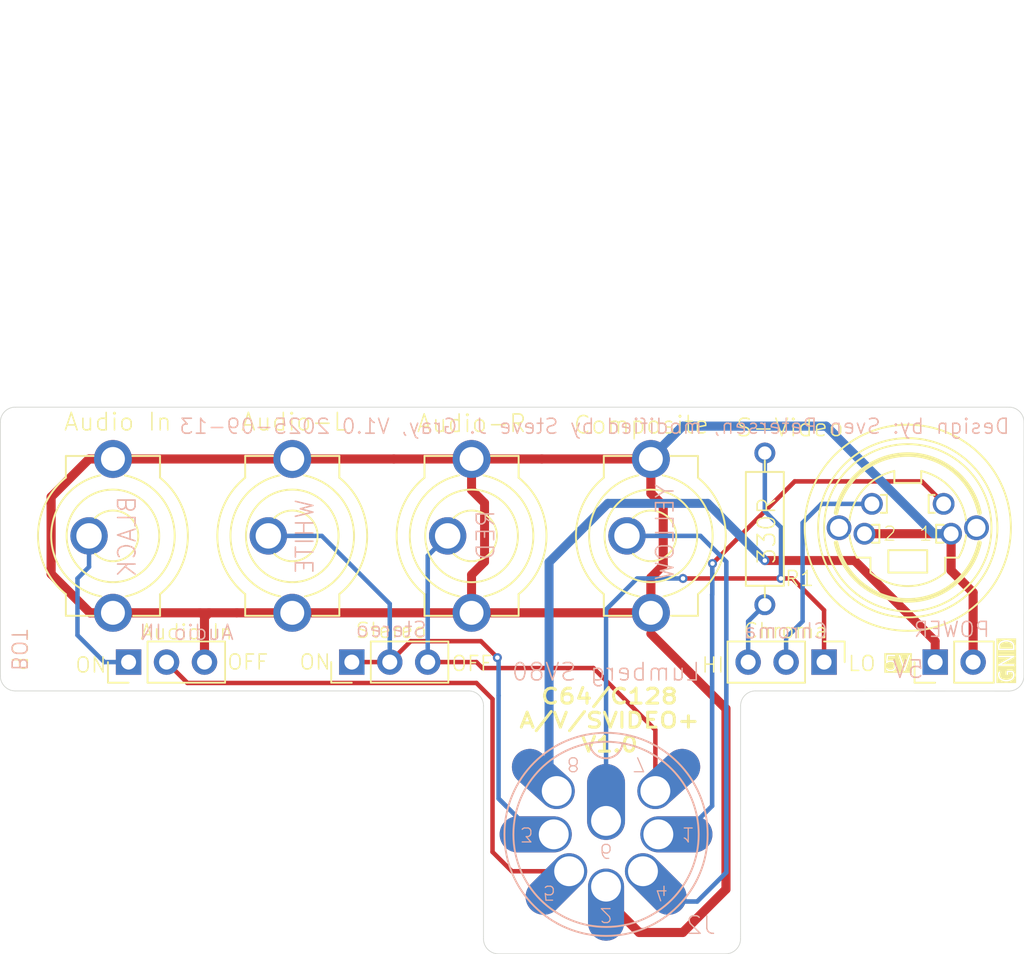
<source format=kicad_pcb>
(kicad_pcb (version 20241229) (generator "pcbnew") (generator_version "9.0")
  (layers (0 "F.Cu" signal) (2 "B.Cu" signal) (13 "F.Paste" user) (15 "B.Paste" user) (5 "F.SilkS" user "F.Silkscreen") (7 "B.SilkS" user "B.Silkscreen") (1 "F.Mask" user) (3 "B.Mask" user) (25 "Edge.Cuts" user))
  (net 0 "")
  (net 1 "ChromaFix")
  (net 2 "GND")
  (net 4 "Luma")
  (net 6 "Composite")
  (net 7 "AudioR")
  (net 8 "AudioL")
  (net 9 "Chroma")
  (net 10 "5V")
  (net 11 "AudioIN")
  (net 12 "ExtAudio")
  (net 13 "Net-(J9-Pin_3)")
  (footprint "Connector_PinHeader_2.54mm:PinHeader_1x03_P2.54mm_Vertical" (layer "F.Cu") (at 128.120001 104.6 90)
    (property "Reference" "J7" (hide yes))
    (property "Value" "Audio IN")
    (fp_line (start -1.38 -1.38) (end 0 -1.379999) (stroke (width 0.12)) (layer "F.SilkS"))
    (fp_line (start -1.379999 0) (end -1.38 -1.38) (stroke (width 0.12)) (layer "F.SilkS"))
    (fp_line (start 1.38 1.27) (end 1.38 6.46) (stroke (width 0.12)) (layer "F.SilkS"))
    (fp_line (start -1.38 1.27) (end 1.38 1.27) (stroke (width 0.12)) (layer "F.SilkS"))
    (fp_line (start -1.38 1.27) (end -1.38 6.46) (stroke (width 0.12)) (layer "F.SilkS"))
    (fp_line (start -1.38 6.46) (end 1.38 6.46) (stroke (width 0.12)) (layer "F.SilkS"))
    (pad "1" thru_hole rect (at 0 0 90) (size 1.7 1.7) (drill 1) (layers "*.Cu" "*.Mask") (net 12 "ExtAudio"))
    (pad "2" thru_hole circle (at 0 2.54 90) (size 1.7 1.7) (drill 1) (layers "*.Cu" "*.Mask") (net 11 "AudioIN"))
    (pad "3" thru_hole circle (at 0 5.079999 90) (size 1.7 1.7) (drill 1) (layers "*.Cu" "*.Mask") (net 2 "GND"))
  )
  (footprint "C64_AV-Adaptor:R-10" (layer "F.Cu") (at 170.7 95.679999 -90)
    (property "Reference" "R1" (at 2.74125 -3.365551 0) (layer "F.SilkS") (effects (font (thickness 0.1)) (justify right top)))
    (property "Value" "330R")
    (fp_line (start -3.81 1.27) (end 3.81 1.27) (stroke (width 0.127)) (layer "F.SilkS"))
    (fp_line (start 3.81 1.27) (end 3.81 -1.27) (stroke (width 0.127)) (layer "F.SilkS"))
    (fp_line (start -3.81 0) (end -4.572 0) (stroke (width 0.127)) (layer "F.SilkS"))
    (fp_line (start 3.81 0) (end 4.572 0) (stroke (width 0.127)) (layer "F.SilkS"))
    (fp_line (start -3.81 -1.27) (end -3.81 1.27) (stroke (width 0.127)) (layer "F.SilkS"))
    (fp_line (start 3.81 -1.27) (end -3.81 -1.27) (stroke (width 0.127)) (layer "F.SilkS"))
    (pad "1" thru_hole circle (at -5.079999 0 270) (size 1.397 1.397) (drill 0.889) (layers "*.Cu" "*.Mask") (net 9 "Chroma"))
    (pad "2" thru_hole circle (at 5.079999 0 270) (size 1.397 1.397) (drill 0.889) (layers "*.Cu" "*.Mask") (net 13 "Net-(J9-Pin_3)"))
  )
  (footprint "Connector_PinHeader_2.54mm:PinHeader_1x03_P2.54mm_Vertical" (layer "F.Cu") (at 143.06 104.6 90)
    (property "Reference" "J8" (hide yes))
    (property "Value" "Stereo")
    (fp_line (start -1.38 -1.38) (end 0 -1.379999) (stroke (width 0.12)) (layer "F.SilkS"))
    (fp_line (start -1.379999 0) (end -1.38 -1.38) (stroke (width 0.12)) (layer "F.SilkS"))
    (fp_line (start 1.38 1.27) (end 1.38 6.46) (stroke (width 0.12)) (layer "F.SilkS"))
    (fp_line (start -1.38 1.27) (end 1.38 1.27) (stroke (width 0.12)) (layer "F.SilkS"))
    (fp_line (start -1.38 1.27) (end -1.38 6.46) (stroke (width 0.12)) (layer "F.SilkS"))
    (fp_line (start -1.38 6.46) (end 1.38 6.46) (stroke (width 0.12)) (layer "F.SilkS"))
    (pad "1" thru_hole rect (at 0 0 90) (size 1.7 1.7) (drill 1) (layers "*.Cu" "*.Mask") (net 8 "AudioL"))
    (pad "2" thru_hole circle (at 0 2.54 90) (size 1.7 1.7) (drill 1) (layers "*.Cu" "*.Mask") (net 8 "AudioL"))
    (pad "3" thru_hole circle (at 0 5.079999 90) (size 1.7 1.7) (drill 1) (layers "*.Cu" "*.Mask") (net 7 "AudioR"))
  )
  (footprint "C64_AV-Adaptor:MINIDIN4_V" (layer "F.Cu") (at 180.2664 95.6056)
    (property "Reference" "J1" (hide yes))
    (property "Value" "RTC9028")
    (fp_line (start -3.4 2) (end -2.5 2) (stroke (width 0.127)) (layer "F.SilkS"))
    (fp_line (start -2.5 2) (end -2.5 3) (stroke (width 0.127)) (layer "F.SilkS"))
    (fp_line (start -1.9 -0.2) (end -2.4 -0.2) (stroke (width 0.127)) (layer "F.SilkS"))
    (fp_line (start -1.9 -0.2) (end -1.9 1) (stroke (width 0.127)) (layer "F.SilkS"))
    (fp_line (start -1.9 1) (end -2.4 1) (stroke (width 0.127)) (layer "F.SilkS"))
    (fp_line (start -1.4 -2.2) (end -1.8 -2.2) (stroke (width 0.127)) (layer "F.SilkS"))
    (fp_line (start -1.4 -1) (end -1.8 -1) (stroke (width 0.127)) (layer "F.SilkS"))
    (fp_line (start -1.4 -1) (end -1.4 -2.2) (stroke (width 0.127)) (layer "F.SilkS"))
    (fp_line (start -1.3 1.5) (end -1.3 3) (stroke (width 0.127)) (layer "F.SilkS"))
    (fp_line (start -1.3 3) (end 1.3 3) (stroke (width 0.127)) (layer "F.SilkS"))
    (fp_line (start -0.9 -3) (end -0.9 -3.8) (stroke (width 0.127)) (layer "F.SilkS"))
    (fp_line (start -0.9 -3) (end 0.9 -3) (stroke (width 0.127)) (layer "F.SilkS"))
    (fp_line (start 0.9 -3) (end 0.9 -3.8) (stroke (width 0.127)) (layer "F.SilkS"))
    (fp_line (start 1.3 1.5) (end -1.3 1.5) (stroke (width 0.127)) (layer "F.SilkS"))
    (fp_line (start 1.3 3) (end 1.3 1.5) (stroke (width 0.127)) (layer "F.SilkS"))
    (fp_line (start 1.4 -2.2) (end 1.4 -1) (stroke (width 0.127)) (layer "F.SilkS"))
    (fp_line (start 1.4 -2.2) (end 1.8 -2.2) (stroke (width 0.127)) (layer "F.SilkS"))
    (fp_line (start 1.4 -1) (end 1.8 -1) (stroke (width 0.127)) (layer "F.SilkS"))
    (fp_line (start 1.9 -0.2) (end 2.4 -0.2) (stroke (width 0.127)) (layer "F.SilkS"))
    (fp_line (start 1.9 1) (end 1.9 -0.2) (stroke (width 0.127)) (layer "F.SilkS"))
    (fp_line (start 1.9 1) (end 2.4 1) (stroke (width 0.127)) (layer "F.SilkS"))
    (fp_line (start 2.5 2) (end 2.5 3) (stroke (width 0.127)) (layer "F.SilkS"))
    (fp_line (start 2.5 2) (end 3.4 2) (stroke (width 0.127)) (layer "F.SilkS"))
    (fp_arc (start -4.8 -1) (mid 0 -4.90306) (end 4.8 -1) (stroke (width 0.3)) (layer "F.SilkS"))
    (fp_arc (start -3.9 -0.5) (mid -2.915258 -2.618417) (end -0.9 -3.8) (stroke (width 0.127)) (layer "F.SilkS"))
    (fp_arc (start -3.4 2) (mid -3.726049 1.27535) (end -3.9 0.5) (stroke (width 0.127)) (layer "F.SilkS"))
    (fp_arc (start 0.9 -3.8) (mid 2.915258 -2.618417) (end 3.9 -0.5) (stroke (width 0.127)) (layer "F.SilkS"))
    (fp_arc (start 2.5 3) (mid 0 3.905125) (end -2.5 3) (stroke (width 0.127)) (layer "F.SilkS"))
    (fp_arc (start 3.9 0.5) (mid 3.726049 1.27535) (end 3.4 2) (stroke (width 0.127)) (layer "F.SilkS"))
    (fp_arc (start 4.8 1) (mid 0 4.863502) (end -4.8 1) (stroke (width 0.3)) (layer "F.SilkS"))
    (fp_circle (center 0 0) (end 5.6 0) (stroke (width 0.127)) (fill no) (layer "F.SilkS"))
    (fp_circle (center 0 0) (end 6 0) (stroke (width 0.127)) (fill no) (layer "F.SilkS"))
    (fp_circle (center 0 0) (end 6.9 0) (stroke (width 0.127)) (fill no) (layer "F.SilkS"))
    (fp_text user "2" (at -1.2 0.4 0) (layer "F.SilkS") (effects (font (size 0.93472 0.93472) (thickness 0.08128))))
    (fp_text user "1" (at 1.2 0.4 0) (layer "F.SilkS") (effects (font (size 0.93472 0.93472) (thickness 0.08128))))
    (pad "1" thru_hole circle (at 2.9 0.4) (size 1.4572 1.4572) (drill 1) (layers "*.Cu" "*.Mask") (net 2 "GND"))
    (pad "2" thru_hole circle (at -2.9 0.4) (size 1.4572 1.4572) (drill 1) (layers "*.Cu" "*.Mask") (net 2 "GND"))
    (pad "3" thru_hole circle (at 2.4 -1.6) (size 1.4572 1.4572) (drill 1) (layers "*.Cu" "*.Mask") (net 4 "Luma"))
    (pad "4" thru_hole circle (at -2.4 -1.6) (size 1.4572 1.4572) (drill 1) (layers "*.Cu" "*.Mask") (net 1 "ChromaFix"))
    (pad "CS1" thru_hole circle (at 4.6 0) (size 1.6572 1.6572) (drill 1.2) (layers "*.Cu" "*.Mask"))
    (pad "CS2" thru_hole circle (at -4.6 0) (size 1.6572 1.6572) (drill 1.2) (layers "*.Cu" "*.Mask"))
  )
  (footprint "C64_AV-Adaptor:RCJ-02X" (layer "F.Cu") (at 163.07375 96.15 90)
    (property "Reference" "J6" (hide yes))
    (property "Value" "RCJ-024")
    (fp_line (start 5.35 -3.15) (end 5.35 -1.3) (stroke (width 0.127)) (layer "F.SilkS"))
    (fp_line (start 3.9 -3.15) (end 5.35 -3.15) (stroke (width 0.127)) (layer "F.SilkS"))
    (fp_line (start -5.35 -3.15) (end -3.9 -3.15) (stroke (width 0.127)) (layer "F.SilkS"))
    (fp_line (start -5.35 -1.3) (end -5.35 -3.15) (stroke (width 0.127)) (layer "F.SilkS"))
    (fp_line (start 5.35 1.3) (end 5.35 3.15) (stroke (width 0.127)) (layer "F.SilkS"))
    (fp_line (start 5.35 3.15) (end 3.9 3.15) (stroke (width 0.127)) (layer "F.SilkS"))
    (fp_line (start -3.9 3.15) (end -5.35 3.15) (stroke (width 0.127)) (layer "F.SilkS"))
    (fp_line (start -5.35 3.15) (end -5.35 1.35) (stroke (width 0.127)) (layer "F.SilkS"))
    (fp_arc (start -3.9 -3.15) (mid -0.000001 -5.01322) (end 3.899999 -3.150001) (stroke (width 0.127)) (layer "F.SilkS"))
    (fp_arc (start 1.2 -1.2) (mid 0 1.697056) (end -1.2 -1.2) (stroke (width 0.127)) (layer "F.SilkS"))
    (fp_arc (start -4.05 -0.8) (mid -0.020421 -4.133197) (end 4.049999 -0.849999) (stroke (width 0.127)) (layer "F.SilkS"))
    (fp_arc (start 4.05 0.8) (mid 0.020421 4.133197) (end -4.049999 0.849999) (stroke (width 0.127)) (layer "F.SilkS"))
    (fp_arc (start 3.9 3.15) (mid 0 5.013232) (end -3.9 3.15) (stroke (width 0.127)) (layer "F.SilkS"))
    (fp_circle (center 0 0) (end 3.1 0) (stroke (width 0.127)) (fill no) (layer "F.SilkS"))
    (pad "R1" thru_hole circle (at -5.15 0 90) (size 2.54 2.54) (drill 1.6) (layers "*.Cu" "*.Mask") (net 2 "GND"))
    (pad "R2" thru_hole circle (at 5.15 0 90) (size 2.54 2.54) (drill 1.6) (layers "*.Cu" "*.Mask") (net 2 "GND"))
    (pad "T" thru_hole circle (at 0 -1.6 90) (size 2.5 2.5) (drill 1.7) (layers "*.Cu" "*.Mask") (net 6 "Composite"))
  )
  (footprint "C64_AV-Adaptor:RCJ-02X" (layer "F.Cu") (at 127.07375 96.15 90)
    (property "Reference" "J3" (hide yes))
    (property "Value" "RCJ-021")
    (fp_line (start 5.35 -3.15) (end 5.35 -1.3) (stroke (width 0.127)) (layer "F.SilkS"))
    (fp_line (start 3.9 -3.15) (end 5.35 -3.15) (stroke (width 0.127)) (layer "F.SilkS"))
    (fp_line (start -5.35 -3.15) (end -3.9 -3.15) (stroke (width 0.127)) (layer "F.SilkS"))
    (fp_line (start -5.35 -1.3) (end -5.35 -3.15) (stroke (width 0.127)) (layer "F.SilkS"))
    (fp_line (start 5.35 1.3) (end 5.35 3.15) (stroke (width 0.127)) (layer "F.SilkS"))
    (fp_line (start 5.35 3.15) (end 3.9 3.15) (stroke (width 0.127)) (layer "F.SilkS"))
    (fp_line (start -3.9 3.15) (end -5.35 3.15) (stroke (width 0.127)) (layer "F.SilkS"))
    (fp_line (start -5.35 3.15) (end -5.35 1.35) (stroke (width 0.127)) (layer "F.SilkS"))
    (fp_arc (start -3.9 -3.15) (mid -0.000001 -5.01322) (end 3.899999 -3.150001) (stroke (width 0.127)) (layer "F.SilkS"))
    (fp_arc (start 1.2 -1.2) (mid 0 1.697056) (end -1.2 -1.2) (stroke (width 0.127)) (layer "F.SilkS"))
    (fp_arc (start -4.05 -0.8) (mid -0.020421 -4.133197) (end 4.049999 -0.849999) (stroke (width 0.127)) (layer "F.SilkS"))
    (fp_arc (start 4.05 0.8) (mid 0.020421 4.133197) (end -4.049999 0.849999) (stroke (width 0.127)) (layer "F.SilkS"))
    (fp_arc (start 3.9 3.15) (mid 0 5.013232) (end -3.9 3.15) (stroke (width 0.127)) (layer "F.SilkS"))
    (fp_circle (center 0 0) (end 3.1 0) (stroke (width 0.127)) (fill no) (layer "F.SilkS"))
    (pad "R1" thru_hole circle (at -5.15 0 90) (size 2.54 2.54) (drill 1.6) (layers "*.Cu" "*.Mask") (net 2 "GND"))
    (pad "R2" thru_hole circle (at 5.15 0 90) (size 2.54 2.54) (drill 1.6) (layers "*.Cu" "*.Mask") (net 2 "GND"))
    (pad "T" thru_hole circle (at 0 -1.6 90) (size 2.5 2.5) (drill 1.7) (layers "*.Cu" "*.Mask") (net 12 "ExtAudio"))
  )
  (footprint "Connector_PinHeader_2.54mm:PinHeader_1x02_P2.54mm_Vertical" (layer "F.Cu") (at 182.1 104.6 90)
    (property "Reference" "J10" (hide yes))
    (property "Value" "Conn_01x02")
    (fp_line (start -1.38 -1.38) (end 0 -1.379999) (stroke (width 0.12)) (layer "F.SilkS"))
    (fp_line (start -1.379999 0) (end -1.38 -1.38) (stroke (width 0.12)) (layer "F.SilkS"))
    (fp_line (start 1.38 1.27) (end 1.38 3.92) (stroke (width 0.12)) (layer "F.SilkS"))
    (fp_line (start -1.38 1.27) (end 1.38 1.27) (stroke (width 0.12)) (layer "F.SilkS"))
    (fp_line (start -1.38 1.27) (end -1.38 3.92) (stroke (width 0.12)) (layer "F.SilkS"))
    (fp_line (start -1.38 3.92) (end 1.38 3.92) (stroke (width 0.12)) (layer "F.SilkS"))
    (pad "1" thru_hole rect (at 0 0 90) (size 1.7 1.7) (drill 1) (layers "*.Cu" "*.Mask") (net 10 "5V"))
    (pad "2" thru_hole circle (at 0 2.54 90) (size 1.7 1.7) (drill 1) (layers "*.Cu" "*.Mask") (net 2 "GND"))
  )
  (footprint "C64_AV-Adaptor:RCJ-02X" (layer "F.Cu") (at 151.07375 96.15 90)
    (property "Reference" "J5" (hide yes))
    (property "Value" "RCJ-022")
    (fp_line (start 5.35 -3.15) (end 5.35 -1.3) (stroke (width 0.127)) (layer "F.SilkS"))
    (fp_line (start 3.9 -3.15) (end 5.35 -3.15) (stroke (width 0.127)) (layer "F.SilkS"))
    (fp_line (start -5.35 -3.15) (end -3.9 -3.15) (stroke (width 0.127)) (layer "F.SilkS"))
    (fp_line (start -5.35 -1.3) (end -5.35 -3.15) (stroke (width 0.127)) (layer "F.SilkS"))
    (fp_line (start 5.35 1.3) (end 5.35 3.15) (stroke (width 0.127)) (layer "F.SilkS"))
    (fp_line (start 5.35 3.15) (end 3.9 3.15) (stroke (width 0.127)) (layer "F.SilkS"))
    (fp_line (start -3.9 3.15) (end -5.35 3.15) (stroke (width 0.127)) (layer "F.SilkS"))
    (fp_line (start -5.35 3.15) (end -5.35 1.35) (stroke (width 0.127)) (layer "F.SilkS"))
    (fp_arc (start -3.9 -3.15) (mid -0.000001 -5.01322) (end 3.899999 -3.150001) (stroke (width 0.127)) (layer "F.SilkS"))
    (fp_arc (start 1.2 -1.2) (mid 0 1.697056) (end -1.2 -1.2) (stroke (width 0.127)) (layer "F.SilkS"))
    (fp_arc (start -4.05 -0.8) (mid -0.020421 -4.133197) (end 4.049999 -0.849999) (stroke (width 0.127)) (layer "F.SilkS"))
    (fp_arc (start 4.05 0.8) (mid 0.020421 4.133197) (end -4.049999 0.849999) (stroke (width 0.127)) (layer "F.SilkS"))
    (fp_arc (start 3.9 3.15) (mid 0 5.013232) (end -3.9 3.15) (stroke (width 0.127)) (layer "F.SilkS"))
    (fp_circle (center 0 0) (end 3.1 0) (stroke (width 0.127)) (fill no) (layer "F.SilkS"))
    (pad "R1" thru_hole circle (at -5.15 0 90) (size 2.54 2.54) (drill 1.6) (layers "*.Cu" "*.Mask") (net 2 "GND"))
    (pad "R2" thru_hole circle (at 5.15 0 90) (size 2.54 2.54) (drill 1.6) (layers "*.Cu" "*.Mask") (net 2 "GND"))
    (pad "T" thru_hole circle (at 0 -1.6 90) (size 2.5 2.5) (drill 1.7) (layers "*.Cu" "*.Mask") (net 7 "AudioR"))
  )
  (footprint "Connector_PinHeader_2.54mm:PinHeader_1x03_P2.54mm_Vertical" (layer "F.Cu") (at 174.663049 104.6 -90)
    (property "Reference" "J9" (hide yes))
    (property "Value" "ChromaFix")
    (fp_line (start -1.38 6.46) (end 1.38 6.46) (stroke (width 0.12)) (layer "F.SilkS"))
    (fp_line (start -1.38 1.27) (end -1.38 6.46) (stroke (width 0.12)) (layer "F.SilkS"))
    (fp_line (start -1.38 1.27) (end 1.38 1.27) (stroke (width 0.12)) (layer "F.SilkS"))
    (fp_line (start 1.38 1.27) (end 1.38 6.46) (stroke (width 0.12)) (layer "F.SilkS"))
    (fp_line (start -1.379999 0) (end -1.38 -1.38) (stroke (width 0.12)) (layer "F.SilkS"))
    (fp_line (start -1.38 -1.38) (end 0 -1.379999) (stroke (width 0.12)) (layer "F.SilkS"))
    (pad "1" thru_hole rect (at 0 0 270) (size 1.7 1.7) (drill 1) (layers "*.Cu" "*.Mask") (net 9 "Chroma"))
    (pad "2" thru_hole circle (at 0 2.54 270) (size 1.7 1.7) (drill 1) (layers "*.Cu" "*.Mask") (net 1 "ChromaFix"))
    (pad "3" thru_hole circle (at 0 5.079999 270) (size 1.7 1.7) (drill 1) (layers "*.Cu" "*.Mask") (net 13 "Net-(J9-Pin_3)"))
  )
  (footprint "C64_AV-Adaptor:RCJ-02X" (layer "F.Cu") (at 139.07375 96.15 90)
    (property "Reference" "J4" (hide yes))
    (property "Value" "RCJ-023")
    (fp_line (start 5.35 -3.15) (end 5.35 -1.3) (stroke (width 0.127)) (layer "F.SilkS"))
    (fp_line (start 3.9 -3.15) (end 5.35 -3.15) (stroke (width 0.127)) (layer "F.SilkS"))
    (fp_line (start -5.35 -3.15) (end -3.9 -3.15) (stroke (width 0.127)) (layer "F.SilkS"))
    (fp_line (start -5.35 -1.3) (end -5.35 -3.15) (stroke (width 0.127)) (layer "F.SilkS"))
    (fp_line (start 5.35 1.3) (end 5.35 3.15) (stroke (width 0.127)) (layer "F.SilkS"))
    (fp_line (start 5.35 3.15) (end 3.9 3.15) (stroke (width 0.127)) (layer "F.SilkS"))
    (fp_line (start -3.9 3.15) (end -5.35 3.15) (stroke (width 0.127)) (layer "F.SilkS"))
    (fp_line (start -5.35 3.15) (end -5.35 1.35) (stroke (width 0.127)) (layer "F.SilkS"))
    (fp_arc (start -3.9 -3.15) (mid -0.000001 -5.01322) (end 3.899999 -3.150001) (stroke (width 0.127)) (layer "F.SilkS"))
    (fp_arc (start 1.2 -1.2) (mid 0 1.697056) (end -1.2 -1.2) (stroke (width 0.127)) (layer "F.SilkS"))
    (fp_arc (start -4.05 -0.8) (mid -0.020421 -4.133197) (end 4.049999 -0.849999) (stroke (width 0.127)) (layer "F.SilkS"))
    (fp_arc (start 4.05 0.8) (mid 0.020421 4.133197) (end -4.049999 0.849999) (stroke (width 0.127)) (layer "F.SilkS"))
    (fp_arc (start 3.9 3.15) (mid 0 5.013232) (end -3.9 3.15) (stroke (width 0.127)) (layer "F.SilkS"))
    (fp_circle (center 0 0) (end 3.1 0) (stroke (width 0.127)) (fill no) (layer "F.SilkS"))
    (pad "R1" thru_hole circle (at -5.15 0 90) (size 2.54 2.54) (drill 1.6) (layers "*.Cu" "*.Mask") (net 2 "GND"))
    (pad "R2" thru_hole circle (at 5.15 0 90) (size 2.54 2.54) (drill 1.6) (layers "*.Cu" "*.Mask") (net 2 "GND"))
    (pad "T" thru_hole circle (at 0 -1.6 90) (size 2.5 2.5) (drill 1.7) (layers "*.Cu" "*.Mask") (net 8 "AudioL"))
  )
  (footprint "C64_AV-Adaptor:SV80_INNER" (layer "B.Cu") (at 160.07375 116.1344)
    (property "Reference" "J2" (at 6.35 5.3975 0) (layer "B.SilkS") (effects (font (size 1.176528 1.176528) (thickness 0.093472)) (justify top mirror)))
    (property "Value" "SV80")
    (fp_arc (start 1.1 -6.1) (mid 0 -5.095464) (end -1.1 -6.1) (stroke (width 0.127)) (layer "B.SilkS"))
    (fp_circle (center 0 0) (end 6.2 0) (stroke (width 0.127)) (fill no) (layer "B.SilkS"))
    (fp_circle (center 0 0) (end 6.8 0) (stroke (width 0.127)) (fill no) (layer "B.SilkS"))
    (fp_text user "7" (at 2.2 -4.7 180) (layer "B.SilkS") (effects (font (size 0.93472 0.93472) (thickness 0.08128)) (justify mirror)))
    (fp_text user "8" (at -2.2 -4.7 180) (layer "B.SilkS") (effects (font (size 0.93472 0.93472) (thickness 0.08128)) (justify mirror)))
    (fp_text user "4" (at 3.7 3.9 180) (layer "B.SilkS") (effects (font (size 0.93472 0.93472) (thickness 0.08128)) (justify mirror)))
    (fp_text user "5" (at -3.8 3.9 180) (layer "B.SilkS") (effects (font (size 0.93472 0.93472) (thickness 0.08128)) (justify mirror)))
    (fp_text user "2" (at 0 5.4 180) (layer "B.SilkS") (effects (font (size 0.93472 0.93472) (thickness 0.08128)) (justify mirror)))
    (fp_text user "3" (at -5.3 0 180) (layer "B.SilkS") (effects (font (size 0.93472 0.93472) (thickness 0.08128)) (justify mirror)))
    (fp_text user "1" (at 5.5 0 180) (layer "B.SilkS") (effects (font (size 0.93472 0.93472) (thickness 0.08128)) (justify mirror)))
    (fp_text user "6" (at 0 1.1 180) (layer "B.SilkS") (effects (font (size 0.93472 0.93472) (thickness 0.08128)) (justify mirror)))
    (pad "1" thru_hole oval (at 3.5 0) (size 4.826 2.413) (drill 2 (offset 1.2065 0)) (layers "*.Cu" "*.Mask") (net 4 "Luma"))
    (pad "2" thru_hole oval (at 0 3.5 270) (size 4.826 2.413) (drill 2 (offset 1.2065 0)) (layers "*.Cu" "*.Mask") (net 2 "GND"))
    (pad "3" thru_hole oval (at -3.5 0 180) (size 4.826 2.413) (drill 2 (offset 1.2065 0)) (layers "*.Cu" "*.Mask") (net 8 "AudioL"))
    (pad "4" thru_hole oval (at 2.47 2.47 315) (size 4.826 2.413) (drill 2 (offset 1.2065 0)) (layers "*.Cu" "*.Mask") (net 6 "Composite"))
    (pad "5" thru_hole oval (at -2.47 2.47 225) (size 4.826 2.413) (drill 2 (offset 1.2065 0)) (layers "*.Cu" "*.Mask") (net 11 "AudioIN"))
    (pad "6" thru_hole oval (at 0 -0.9 90) (size 5.08 2.54) (drill 2 (offset 1.27 0)) (layers "*.Cu" "*.Mask") (net 9 "Chroma"))
    (pad "7" thru_hole oval (at 3.3 -2.9 42) (size 4.826 2.413) (drill 2 (offset 1.2065 0)) (layers "*.Cu" "*.Mask") (net 7 "AudioR"))
    (pad "8" thru_hole oval (at -3.3 -2.9 138) (size 4.826 2.413) (drill 2 (offset 1.2065 0)) (layers "*.Cu" "*.Mask") (net 10 "5V"))
  )
  (gr_line (start 151.8726 123.1344) (end 151.87265 107.52875) (stroke (width 0.05)) (layer "Edge.Cuts"))
  (gr_line (start 170.079048 106.53) (end 187.0362 106.537) (stroke (width 0.05)) (layer "Edge.Cuts"))
  (gr_arc (start 188.0362 105.537) (mid 187.743307 106.244107) (end 187.0362 106.537) (stroke (width 0.05)) (layer "Edge.Cuts"))
  (gr_line (start 187.0411 87.53) (end 120.54 87.53) (stroke (width 0.05)) (layer "Edge.Cuts"))
  (gr_arc (start 169.07375 123.1344) (mid 168.780857 123.841507) (end 168.07375 124.1344) (stroke (width 0.05)) (layer "Edge.Cuts"))
  (gr_arc (start 120.54 106.53) (mid 119.832893 106.237107) (end 119.54 105.53) (stroke (width 0.05)) (layer "Edge.Cuts"))
  (gr_line (start 119.54 105.53) (end 119.54 88.53) (stroke (width 0.05)) (layer "Edge.Cuts"))
  (gr_line (start 152.87265 124.1344) (end 168.07375 124.1344) (stroke (width 0.05)) (layer "Edge.Cuts"))
  (gr_line (start 188.0362 105.537) (end 188.0411 88.53) (stroke (width 0.05)) (layer "Edge.Cuts"))
  (gr_arc (start 187.0411 87.53) (mid 187.748207 87.822893) (end 188.0411 88.53) (stroke (width 0.05)) (layer "Edge.Cuts"))
  (gr_arc (start 150.87265 106.52875) (mid 151.579757 106.821643) (end 151.87265 107.52875) (stroke (width 0.05)) (layer "Edge.Cuts"))
  (gr_arc (start 119.54 88.53) (mid 119.832893 87.822893) (end 120.54 87.53) (stroke (width 0.05)) (layer "Edge.Cuts"))
  (gr_arc (start 169.0784 107.5276) (mid 169.371293 106.820493) (end 170.0784 106.5276) (stroke (width 0.05)) (layer "Edge.Cuts"))
  (gr_arc (start 152.87265 124.1344) (mid 152.165543 123.841507) (end 151.87265 123.1344) (stroke (width 0.05)) (layer "Edge.Cuts"))
  (gr_line (start 169.0784 107.5276) (end 169.07375 123.1344) (stroke (width 0.05)) (layer "Edge.Cuts"))
  (gr_line (start 120.54 106.53) (end 150.87265 106.53) (stroke (width 0.05)) (layer "Edge.Cuts"))
  (gr_text "Composite" (at 162.433 89.4 0) (layer "F.SilkS") (effects (font (size 1.1684 1.1684) (thickness 0.1016)) (justify bottom)))
  (gr_text "OFF" (at 136.1 104.6 0) (layer "F.SilkS") (effects (font (size 1 1) (thickness 0.1))))
  (gr_text "GND" (at 186.9 106.1 90) (layer "F.SilkS" knockout) (effects (font (size 1 1) (thickness 0.1)) (justify left)))
  (gr_text "HI" (at 166.4 104.8 0) (layer "F.SilkS") (effects (font (size 1 1) (thickness 0.1)) (justify left)))
  (gr_text "TOP" (at 120.8 103.8 270) (layer "F.SilkS") (effects (font (size 1 1) (thickness 0.1))))
  (gr_text "Audio In" (at 132 102 0) (layer "F.SilkS") (effects (font (size 1 1) (thickness 0.1)) (justify top)))
  (gr_text "330R" (at 171.5008 98.1202 90) (layer "F.SilkS") (effects (font (size 1.1684 1.1684) (thickness 0.1016)) (justify left bottom)))
  (gr_text "LO" (at 176.2 104.7 0) (layer "F.SilkS") (effects (font (size 1 1) (thickness 0.1)) (justify left)))
  (gr_text "C64/C128\nA/V/SVIDEO+\nV1.0" (at 160.3 110.7 0) (layer "F.SilkS") (effects (font (size 1 1.1684) (thickness 0.2) (bold yes)) (justify bottom)))
  (gr_text "Chroma" (at 169.2 102.5 0) (layer "F.SilkS") (effects (font (size 1 1) (thickness 0.1)) (justify left)))
  (gr_text "ON" (at 125.6 104.8 0) (layer "F.SilkS") (effects (font (size 1 1) (thickness 0.1))))
  (gr_text "ON" (at 140.6 104.6 0) (layer "F.SilkS") (effects (font (size 1 1) (thickness 0.1))))
  (gr_text "OFF" (at 151.1 104.7 0) (layer "F.SilkS") (effects (font (size 1 1) (thickness 0.1))))
  (gr_text "5V" (at 178.6 104.7 0) (layer "F.SilkS" knockout) (effects (font (size 1 1) (thickness 0.1)) (justify left)))
  (gr_text "Audio-L" (at 139.2 89.2 0) (layer "F.SilkS") (effects (font (size 1.1684 1.1684) (thickness 0.1016)) (justify bottom)))
  (gr_text "Audio In" (at 127.4 89.2 0) (layer "F.SilkS") (effects (font (size 1.1684 1.1684) (thickness 0.1016)) (justify bottom)))
  (gr_text "Audio-R" (at 151.07375 89.3 0) (layer "F.SilkS") (effects (font (size 1.1684 1.1684) (thickness 0.1016)) (justify bottom)))
  (gr_text "S-Video" (at 168.7 88.9 0) (layer "F.SilkS") (effects (font (size 1.1684 1.1684) (thickness 0.1016)) (justify left)))
  (gr_text "Stereo" (at 145.7 101.9 0) (layer "F.SilkS") (effects (font (size 1 1) (thickness 0.1)) (justify top)))
  (gr_text "Stereo" (at 145.7 103 0) (layer "B.SilkS") (effects (font (size 1 1) (thickness 0.1)) (justify bottom mirror)))
  (gr_text "WHITE" (at 140.6 96.2 90) (layer "B.SilkS") (effects (font (size 1.1684 1.1684) (thickness 0.1016)) (justify bottom mirror)))
  (gr_text "Design by: Sven Petersen, modified by Steve J. Gray, V1.0 2025-09-13" (at 159.3 89.4 0) (layer "B.SilkS") (effects (font (size 1 1) (thickness 0.1)) (justify bottom mirror)))
  (gr_text "YELLOW" (at 164.7 95.9 90) (layer "B.SilkS") (effects (font (size 1.1684 1.1684) (thickness 0.1016)) (justify bottom mirror)))
  (gr_text "BOT" (at 120.2 103.8 270) (layer "B.SilkS") (effects (font (size 1 1) (thickness 0.1)) (justify bottom mirror)))
  (gr_text "POWER" (at 180.6 103 0) (layer "B.SilkS") (effects (font (size 1 1) (thickness 0.1)) (justify right bottom mirror)))
  (gr_text "RED" (at 152.7 96.1 90) (layer "B.SilkS") (effects (font (size 1.1684 1.1684) (thickness 0.1016)) (justify bottom mirror)))
  (gr_text "Audio IN" (at 132 103.2 0) (layer "B.SilkS") (effects (font (size 1 1) (thickness 0.1)) (justify bottom mirror)))
  (gr_text "Lumberg SV80" (at 160.0708 105.9434 0) (layer "B.SilkS") (effects (font (size 1.1684 1.1684) (thickness 0.1016)) (justify bottom mirror)))
  (gr_text "Chroma" (at 172.1 103.1 0) (layer "B.SilkS") (effects (font (size 1 1) (thickness 0.1)) (justify bottom mirror)))
  (gr_text "5V" (at 179.1716 105.7656 0) (layer "B.SilkS") (effects (font (size 1.1684 1.1684) (thickness 0.1016)) (justify right bottom mirror)))
  (gr_text "BLACK" (at 128.7 96.2 90) (layer "B.SilkS") (effects (font (size 1.1684 1.1684) (thickness 0.1016)) (justify bottom mirror)))
  (segment (start 172.123049 102.976951) (end 172.123049 104.92935) (width 0.3) (layer "B.Cu") (net 1))
  (segment (start 173.228 95.272) (end 173.228 101.872) (width 0.3) (layer "B.Cu") (net 1))
  (segment (start 174.4944 94.0056) (end 173.228 95.272) (width 0.3) (layer "B.Cu") (net 1))
  (segment (start 173.228 101.872) (end 172.123049 102.976951) (width 0.3) (layer "B.Cu") (net 1))
  (segment (start 177.8664 94.0056) (end 174.4944 94.0056) (width 0.3) (layer "B.Cu") (net 1))
  (segment (start 162.2894 122.70565) (end 165.20625 122.70565) (width 0.6096) (layer "F.Cu") (net 2))
  (segment (start 160.07375 120.49) (end 162.2894 122.70565) (width 0.6096) (layer "F.Cu") (net 2))
  (segment (start 163.07375 101.3192) (end 163.07375 101.3) (width 0.6096) (layer "F.Cu") (net 2))
  (segment (start 132.87935 101.3) (end 133.5 101.3) (width 0.6096) (layer "F.Cu") (net 2))
  (segment (start 163.07375 93.295) (end 163.07375 91) (width 0.6096) (layer "F.Cu") (net 2))
  (segment (start 160.07375 119.6344) (end 160.07375 121.286438) (width 0.6096) (layer "F.Cu") (net 2))
  (segment (start 151.07375 91) (end 151.07375 93.0784) (width 0.6) (layer "F.Cu") (net 2))
  (segment (start 163.07375 98.9475) (end 163.9 98.12125) (width 0.6096) (layer "F.Cu") (net 2))
  (segment (start 151.9428 97.88445) (end 151.07375 98.7535) (width 0.6) (layer "F.Cu") (net 2))
  (segment (start 151.9428 93.94745) (end 151.9428 97.88445) (width 0.6) (layer "F.Cu") (net 2))
  (segment (start 133.5 101.3) (end 135.3566 101.3) (width 0.6096) (layer "F.Cu") (net 2))
  (segment (start 135.3566 101.3) (end 139.07375 101.3) (width 0.6096) (layer "F.Cu") (net 2))
  (segment (start 163.07375 101.3) (end 151.07375 101.3) (width 0.6096) (layer "F.Cu") (net 2))
  (segment (start 139.07375 91) (end 145.87265 91) (width 0.6096) (layer "F.Cu") (net 2))
  (segment (start 168.1 107.7242) (end 163.07375 102.69795) (width 0.6096) (layer "F.Cu") (net 2))
  (segment (start 139.07375 101.3) (end 139.07375 102.1475) (width 0.6096) (layer "F.Cu") (net 2))
  (segment (start 163.09445 91) (end 163.07375 91) (width 0.6096) (layer "F.Cu") (net 2))
  (segment (start 125.47705 91) (end 122.936 93.54105) (width 0.6096) (layer "F.Cu") (net 2))
  (segment (start 133.2 101.6) (end 133.2 104.9782) (width 0.6096) (layer "F.Cu") (net 2))
  (segment (start 155.77265 91) (end 163.07375 91) (width 0.6096) (layer "F.Cu") (net 2))
  (segment (start 133.5 101.3) (end 133.2 101.6) (width 0.6096) (layer "F.Cu") (net 2))
  (segment (start 122.936 98.69725) (end 125.53875 101.3) (width 0.6096) (layer "F.Cu") (net 2))
  (segment (start 163.9 94.12125) (end 163.07375 93.295) (width 0.6096) (layer "F.Cu") (net 2))
  (segment (start 139.07375 91) (end 127.07375 91) (width 0.6096) (layer "F.Cu") (net 2))
  (segment (start 163.9 98.12125) (end 163.9 94.12125) (width 0.6096) (layer "F.Cu") (net 2))
  (segment (start 139.07375 101.3) (end 151.07375 101.3) (width 0.6096) (layer "F.Cu") (net 2))
  (segment (start 160.07375 119.6344) (end 160.07375 120.49) (width 0.6096) (layer "F.Cu") (net 2))
  (segment (start 145.87265 91) (end 155.77265 91) (width 0.6096) (layer "F.Cu") (net 2))
  (segment (start 151.07375 93.0784) (end 151.9428 93.94745) (width 0.6) (layer "F.Cu") (net 2))
  (segment (start 127.07375 91) (end 125.47705 91) (width 0.6096) (layer "F.Cu") (net 2))
  (segment (start 127.07375 101.3) (end 132.87935 101.3) (width 0.6096) (layer "F.Cu") (net 2))
  (segment (start 183.1664 98.4664) (end 183.1664 96.0056) (width 0.6096) (layer "F.Cu") (net 2))
  (segment (start 151.07375 98.7535) (end 151.07375 101.3) (width 0.6) (layer "F.Cu") (net 2))
  (segment (start 184.64 99.94) (end 183.1664 98.4664) (width 0.6096) (layer "F.Cu") (net 2))
  (segment (start 183.1664 96.0056) (end 177.3664 96.0056) (width 0.6096) (layer "F.Cu") (net 2))
  (segment (start 165.20625 122.70565) (end 168.1 119.8119) (width 0.6096) (layer "F.Cu") (net 2))
  (segment (start 125.53875 101.3) (end 127.07375 101.3) (width 0.6096) (layer "F.Cu") (net 2))
  (segment (start 184.64 104.902) (end 184.64 99.94) (width 0.6096) (layer "F.Cu") (net 2))
  (segment (start 168.1 119.8119) (end 168.1 107.7242) (width 0.6096) (layer "F.Cu") (net 2))
  (segment (start 122.936 93.54105) (end 122.936 98.69725) (width 0.6096) (layer "F.Cu") (net 2))
  (segment (start 163.07375 101.3) (end 163.07375 98.9475) (width 0.6096) (layer "F.Cu") (net 2))
  (arc (start 160.07375 121.286438) (mid 160.14987 121.669121) (end 160.366643 121.993544) (width 0.6096) (layer "F.Cu") (net 2))
  (segment (start 138.78 101.3) (end 139.07375 101.3) (width 0.6096) (layer "B.Cu") (net 2))
  (segment (start 163.07375 91) (end 163.07375 90.92625) (width 0.6096) (layer "B.Cu") (net 2))
  (segment (start 150.4696 101.84685) (end 150.3172 101.84685) (width 0.3048) (layer "B.Cu") (net 2))
  (segment (start 163.07375 90.92625) (end 165.2 88.8) (width 0.6096) (layer "B.Cu") (net 2))
  (segment (start 160.07375 119.6344) (end 160.07375 121.232688) (width 0.6096) (layer "B.Cu") (net 2))
  (segment (start 182.0056 96.0056) (end 183.1664 96.0056) (width 0.6096) (layer "B.Cu") (net 2))
  (segment (start 165.2 88.8) (end 174.8 88.8) (width 0.6096) (layer "B.Cu") (net 2))
  (segment (start 132.638801 104.9782) (end 132.638801 104.961199) (width 0.3) (layer "B.Cu") (net 2))
  (segment (start 174.8 88.8) (end 182.0056 96.0056) (width 0.6096) (layer "B.Cu") (net 2))
  (arc (start 160.07375 121.232688) (mid 159.997629 121.615371) (end 159.780856 121.939794) (width 0.6096) (layer "B.Cu") (net 2))
  (segment (start 182.6664 93.9664) (end 182.6664 94.0056) (width 0.3048) (layer "F.Cu") (net 4))
  (segment (start 181.2 92.5) (end 182.6664 93.9664) (width 0.3048) (layer "F.Cu") (net 4))
  (segment (start 167.2 98) (end 172.7 92.5) (width 0.3048) (layer "F.Cu") (net 4))
  (segment (start 172.7 92.5) (end 181.2 92.5) (width 0.3048) (layer "F.Cu") (net 4))
  (via (at 167.2 98) (size 0.6) (drill 0.3) (layers "F.Cu" "B.Cu") (net 4))
  (segment (start 167.17265 114.2308) (end 165.26905 116.1344) (width 0.3048) (layer "B.Cu") (net 4))
  (segment (start 165.26905 116.1344) (end 163.57375 116.1344) (width 0.3048) (layer "B.Cu") (net 4))
  (segment (start 167.1828 98.0172) (end 167.1828 100.06885) (width 0.3048) (layer "B.Cu") (net 4))
  (segment (start 167.1828 100.06885) (end 167.17265 100.079) (width 0.3048) (layer "B.Cu") (net 4))
  (segment (start 166.044975 115.8169) (end 163.89125 115.8169) (width 0.3048) (layer "B.Cu") (net 4))
  (segment (start 167.2 98) (end 167.1828 98.0172) (width 0.3048) (layer "B.Cu") (net 4))
  (segment (start 163.57375 116.1344) (end 163.89125 115.8169) (width 0.3048) (layer "B.Cu") (net 4))
  (segment (start 167.17265 100.079) (end 167.17265 114.2308) (width 0.3048) (layer "B.Cu") (net 4))
  (segment (start 168.1226 118.68085) (end 168.1226 97.88445) (width 0.3048) (layer "B.Cu") (net 6))
  (segment (start 168.1226 97.88445) (end 166.38815 96.15) (width 0.3048) (layer "B.Cu") (net 6))
  (segment (start 166.17265 120.6308) (end 168.1226 118.68085) (width 0.3048) (layer "B.Cu") (net 6))
  (segment (start 166.38815 96.15) (end 161.47375 96.15) (width 0.3048) (layer "B.Cu") (net 6))
  (segment (start 162.54375 118.6044) (end 164.57015 120.6308) (width 0.3048) (layer "B.Cu") (net 6))
  (segment (start 164.57015 120.6308) (end 166.17265 120.6308) (width 0.3048) (layer "B.Cu") (net 6))
  (segment (start 151.8 105) (end 159.229 105) (width 0.3) (layer "F.Cu") (net 7))
  (segment (start 149.47375 96.15) (end 149.43545 96.15) (width 0.3) (layer "F.Cu") (net 7))
  (segment (start 151.4 104.6) (end 151.8 105) (width 0.3) (layer "F.Cu") (net 7))
  (segment (start 148.139999 104.6) (end 151.4 104.6) (width 0.3) (layer "F.Cu") (net 7))
  (segment (start 163.37375 109.14475) (end 163.37375 113.2344) (width 0.3) (layer "F.Cu") (net 7))
  (segment (start 159.229 105) (end 163.37375 109.14475) (width 0.3) (layer "F.Cu") (net 7))
  (segment (start 148.139999 97.483751) (end 148.139999 104.6) (width 0.3) (layer "B.Cu") (net 7))
  (segment (start 149.47375 96.15) (end 148.139999 97.483751) (width 0.3) (layer "B.Cu") (net 7))
  (segment (start 151.7 103.2) (end 147 103.2) (width 0.3) (layer "F.Cu") (net 8))
  (segment (start 147 103.2) (end 145.6 104.6) (width 0.3) (layer "F.Cu") (net 8))
  (segment (start 145.6 104.6) (end 143.06 104.6) (width 0.3) (layer "F.Cu") (net 8))
  (segment (start 152.8 104.3) (end 151.7 103.2) (width 0.3) (layer "F.Cu") (net 8))
  (segment (start 137.47375 96.15) (end 137.48295 96.15) (width 0.3) (layer "F.Cu") (net 8))
  (via (at 152.8 104.3) (size 0.6) (drill 0.3) (layers "F.Cu" "B.Cu") (net 8))
  (segment (start 153.39825 114.2564) (end 152.8826 113.74075) (width 0.3) (layer "B.Cu") (net 8))
  (segment (start 156.57375 116.1344) (end 155.27625 116.1344) (width 0.3048) (layer "B.Cu") (net 8))
  (segment (start 137.47375 96.15) (end 141.05 96.15) (width 0.3) (layer "B.Cu") (net 8))
  (segment (start 153.39825 114.2564) (end 152.9588 113.81695) (width 0.3048) (layer "B.Cu") (net 8))
  (segment (start 141.05 96.15) (end 145.6 100.7) (width 0.3) (layer "B.Cu") (net 8))
  (segment (start 145.6 100.7) (end 145.6 104.6) (width 0.3) (layer "B.Cu") (net 8))
  (segment (start 152.8826 106.8426) (end 152.8826 104.3826) (width 0.3) (layer "B.Cu") (net 8))
  (segment (start 152.8826 113.74075) (end 152.8826 106.8426) (width 0.3) (layer "B.Cu") (net 8))
  (segment (start 155.27625 116.1344) (end 153.39825 114.2564) (width 0.3048) (layer "B.Cu") (net 8))
  (segment (start 152.8826 104.3826) (end 152.8 104.3) (width 0.3) (layer "B.Cu") (net 8))
  (segment (start 174.663049 101.122899) (end 174.663049 104.92935) (width 0.3) (layer "F.Cu") (net 9))
  (segment (start 165.2238 99) (end 171.7802 99) (width 0.3) (layer "F.Cu") (net 9))
  (segment (start 171.7802 99) (end 172.54015 99) (width 0.3) (layer "F.Cu") (net 9))
  (segment (start 172.54015 99) (end 174.663049 101.122899) (width 0.3) (layer "F.Cu") (net 9))
  (via (at 165.2238 99) (size 0.6) (drill 0.3) (layers "F.Cu" "B.Cu") (net 9))
  (via (at 171.7802 99) (size 0.6) (drill 0.3) (layers "F.Cu" "B.Cu") (net 9))
  (segment (start 165.2238 99) (end 162.15565 99) (width 0.3) (layer "B.Cu") (net 9))
  (segment (start 171.7802 95.5802) (end 170.7 94.5) (width 0.3) (layer "B.Cu") (net 9))
  (segment (start 160.07375 101.0819) (end 160.07375 115.2344) (width 0.3) (layer "B.Cu") (net 9))
  (segment (start 171.7802 99) (end 171.7802 95.5802) (width 0.3) (layer "B.Cu") (net 9))
  (segment (start 162.15565 99) (end 160.07375 101.0819) (width 0.3) (layer "B.Cu") (net 9))
  (segment (start 160.07375 115.2344) (end 160.07375 113.224863) (width 0.3048) (layer "B.Cu") (net 9))
  (segment (start 170.7 94.5) (end 170.7 90.6) (width 0.3) (layer "B.Cu") (net 9))
  (arc (start 160.07375 113.224863) (mid 159.997629 112.84218) (end 159.780856 112.517757) (width 0.3048) (layer "B.Cu") (net 9))
  (segment (start 182.1 103.2) (end 182.1 104.6) (width 0.6) (layer "F.Cu") (net 10))
  (segment (start 170.7 97.8) (end 176.7 97.8) (width 0.6) (layer "F.Cu") (net 10))
  (segment (start 176.7 97.8) (end 182.1 103.2) (width 0.6) (layer "F.Cu") (net 10))
  (via (at 170.7 97.8) (size 0.6) (drill 0.3) (layers "F.Cu" "B.Cu") (net 10))
  (segment (start 160.1978 93.97285) (end 156.2608 97.90985) (width 0.6) (layer "B.Cu") (net 10))
  (segment (start 170.7 97.8) (end 166.87285 93.97285) (width 0.6) (layer "B.Cu") (net 10))
  (segment (start 156.2608 112.72145) (end 156.77375 113.2344) (width 0.6) (layer "B.Cu") (net 10))
  (segment (start 166.87285 93.97285) (end 160.1978 93.97285) (width 0.6) (layer "B.Cu") (net 10))
  (segment (start 156.2608 97.90985) (end 156.2608 112.72145) (width 0.6) (layer "B.Cu") (net 10))
  (segment (start 152.4762 107.0762) (end 151.4 106) (width 0.3) (layer "F.Cu") (net 11))
  (segment (start 152.4762 117.31205) (end 152.4762 107.0762) (width 0.3) (layer "F.Cu") (net 11))
  (segment (start 157.60375 118.6044) (end 153.76855 118.6044) (width 0.3) (layer "F.Cu") (net 11))
  (segment (start 151.4 106) (end 132.060001 106) (width 0.3) (layer "F.Cu") (net 11))
  (segment (start 153.76855 118.6044) (end 152.4762 117.31205) (width 0.3) (layer "F.Cu") (net 11))
  (segment (start 132.060001 106) (end 130.660001 104.6) (width 0.3) (layer "F.Cu") (net 11))
  (segment (start 124.7 99) (end 124.7 102.8) (width 0.3) (layer "B.Cu") (net 12))
  (segment (start 124.7 102.8) (end 126.5 104.6) (width 0.3) (layer "B.Cu") (net 12))
  (segment (start 125.47375 98.22625) (end 124.7 99) (width 0.3) (layer "B.Cu") (net 12))
  (segment (start 125.47375 96.15) (end 125.47375 98.22625) (width 0.3) (layer "B.Cu") (net 12))
  (segment (start 126.5 104.6) (end 128.120001 104.6) (width 0.3) (layer "B.Cu") (net 12))
  (segment (start 170.7 101.3) (end 170.6 101.3) (width 0.3) (layer "B.Cu") (net 13))
  (segment (start 169.58305 104.92935) (end 169.58305 101.876948) (width 0.3) (layer "B.Cu") (net 13))
  (segment (start 169.58305 101.876948) (end 170.7 100.759998) (width 0.3) (layer "B.Cu") (net 13))
)
</source>
